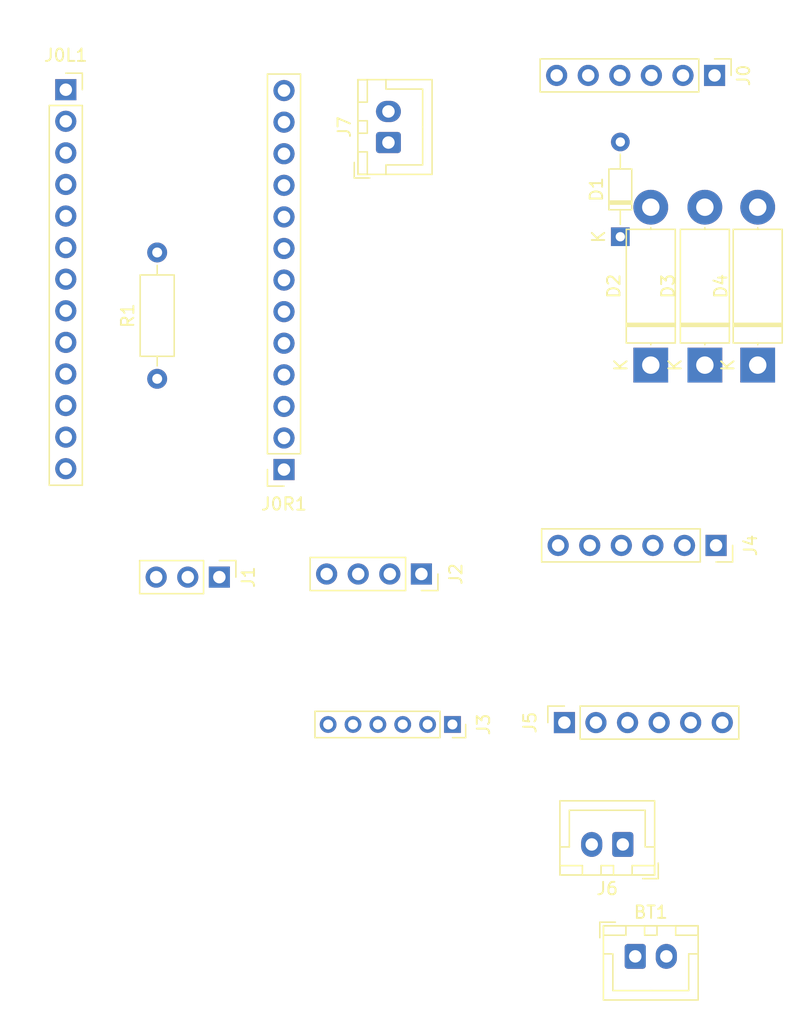
<source format=kicad_pcb>
(kicad_pcb (version 20171130) (host pcbnew "(5.1.10-1-10_14)")

  (general
    (thickness 1.6)
    (drawings 1)
    (tracks 0)
    (zones 0)
    (modules 16)
    (nets 16)
  )

  (page A4)
  (layers
    (0 F.Cu signal)
    (31 B.Cu signal)
    (32 B.Adhes user)
    (33 F.Adhes user)
    (34 B.Paste user)
    (35 F.Paste user)
    (36 B.SilkS user)
    (37 F.SilkS user)
    (38 B.Mask user)
    (39 F.Mask user)
    (40 Dwgs.User user)
    (41 Cmts.User user)
    (42 Eco1.User user)
    (43 Eco2.User user)
    (44 Edge.Cuts user)
    (45 Margin user)
    (46 B.CrtYd user)
    (47 F.CrtYd user)
    (48 B.Fab user)
    (49 F.Fab user)
  )

  (setup
    (last_trace_width 0.25)
    (trace_clearance 0.2)
    (zone_clearance 0.508)
    (zone_45_only no)
    (trace_min 0.2)
    (via_size 0.8)
    (via_drill 0.4)
    (via_min_size 0.4)
    (via_min_drill 0.3)
    (uvia_size 0.3)
    (uvia_drill 0.1)
    (uvias_allowed no)
    (uvia_min_size 0.2)
    (uvia_min_drill 0.1)
    (edge_width 0.05)
    (segment_width 0.2)
    (pcb_text_width 0.3)
    (pcb_text_size 1.5 1.5)
    (mod_edge_width 0.12)
    (mod_text_size 1 1)
    (mod_text_width 0.15)
    (pad_size 1.524 1.524)
    (pad_drill 0.762)
    (pad_to_mask_clearance 0)
    (aux_axis_origin 0 0)
    (grid_origin 190.025 77.575)
    (visible_elements FFFFFF7F)
    (pcbplotparams
      (layerselection 0x010fc_ffffffff)
      (usegerberextensions false)
      (usegerberattributes true)
      (usegerberadvancedattributes true)
      (creategerberjobfile true)
      (excludeedgelayer true)
      (linewidth 0.100000)
      (plotframeref false)
      (viasonmask false)
      (mode 1)
      (useauxorigin false)
      (hpglpennumber 1)
      (hpglpenspeed 20)
      (hpglpendiameter 15.000000)
      (psnegative false)
      (psa4output false)
      (plotreference true)
      (plotvalue true)
      (plotinvisibletext false)
      (padsonsilk false)
      (subtractmaskfromsilk false)
      (outputformat 1)
      (mirror false)
      (drillshape 1)
      (scaleselection 1)
      (outputdirectory ""))
  )

  (net 0 "")
  (net 1 "Net-(BT1-Pad1)")
  (net 2 "Net-(BT1-Pad2)")
  (net 3 "Net-(J0-Pad6)")
  (net 4 "Net-(J0L1-Pad3)")
  (net 5 "Net-(J0R1-Pad12)")
  (net 6 "Net-(J0L1-Pad10)")
  (net 7 "Net-(J0L1-Pad4)")
  (net 8 "Net-(J0L1-Pad5)")
  (net 9 "Net-(J5-Pad2)")
  (net 10 "Net-(J0R1-Pad13)")
  (net 11 "Net-(D1-Pad1)")
  (net 12 "Net-(D1-Pad2)")
  (net 13 "Net-(D2-Pad2)")
  (net 14 "Net-(D3-Pad2)")
  (net 15 "Net-(D4-Pad2)")

  (net_class Default "This is the default net class."
    (clearance 0.2)
    (trace_width 0.25)
    (via_dia 0.8)
    (via_drill 0.4)
    (uvia_dia 0.3)
    (uvia_drill 0.1)
    (add_net +5V)
    (add_net GND)
    (add_net "Net-(BT1-Pad1)")
    (add_net "Net-(BT1-Pad2)")
    (add_net "Net-(D1-Pad1)")
    (add_net "Net-(D1-Pad2)")
    (add_net "Net-(D2-Pad2)")
    (add_net "Net-(D3-Pad2)")
    (add_net "Net-(D4-Pad2)")
    (add_net "Net-(J0-Pad5)")
    (add_net "Net-(J0-Pad6)")
    (add_net "Net-(J0L1-Pad1)")
    (add_net "Net-(J0L1-Pad10)")
    (add_net "Net-(J0L1-Pad11)")
    (add_net "Net-(J0L1-Pad12)")
    (add_net "Net-(J0L1-Pad13)")
    (add_net "Net-(J0L1-Pad2)")
    (add_net "Net-(J0L1-Pad3)")
    (add_net "Net-(J0L1-Pad4)")
    (add_net "Net-(J0L1-Pad5)")
    (add_net "Net-(J0L1-Pad6)")
    (add_net "Net-(J0L1-Pad7)")
    (add_net "Net-(J0L1-Pad8)")
    (add_net "Net-(J0L1-Pad9)")
    (add_net "Net-(J0R1-Pad1)")
    (add_net "Net-(J0R1-Pad10)")
    (add_net "Net-(J0R1-Pad11)")
    (add_net "Net-(J0R1-Pad12)")
    (add_net "Net-(J0R1-Pad13)")
    (add_net "Net-(J0R1-Pad2)")
    (add_net "Net-(J0R1-Pad3)")
    (add_net "Net-(J0R1-Pad4)")
    (add_net "Net-(J0R1-Pad5)")
    (add_net "Net-(J0R1-Pad6)")
    (add_net "Net-(J0R1-Pad7)")
    (add_net "Net-(J0R1-Pad8)")
    (add_net "Net-(J0R1-Pad9)")
    (add_net "Net-(J3-Pad1)")
    (add_net "Net-(J3-Pad2)")
    (add_net "Net-(J4-Pad2)")
    (add_net "Net-(J4-Pad3)")
    (add_net "Net-(J4-Pad4)")
    (add_net "Net-(J4-Pad5)")
    (add_net "Net-(J5-Pad2)")
    (add_net "Net-(J5-Pad3)")
    (add_net "Net-(J5-Pad4)")
  )

  (module Diode_THT:D_DO-34_SOD68_P7.62mm_Horizontal (layer F.Cu) (tedit 5AE50CD5) (tstamp 613E3BB5)
    (at 240.55 95.275 90)
    (descr "Diode, DO-34_SOD68 series, Axial, Horizontal, pin pitch=7.62mm, , length*diameter=3.04*1.6mm^2, , https://www.nxp.com/docs/en/data-sheet/KTY83_SER.pdf")
    (tags "Diode DO-34_SOD68 series Axial Horizontal pin pitch 7.62mm  length 3.04mm diameter 1.6mm")
    (path /613759CE)
    (fp_text reference D1 (at 3.81 -1.92 90) (layer F.SilkS)
      (effects (font (size 1 1) (thickness 0.15)))
    )
    (fp_text value D (at 3.81 1.92 90) (layer F.Fab)
      (effects (font (size 1 1) (thickness 0.15)))
    )
    (fp_text user K (at 0 -1.75 90) (layer F.SilkS)
      (effects (font (size 1 1) (thickness 0.15)))
    )
    (fp_text user K (at 0 -1.75 90) (layer F.Fab)
      (effects (font (size 1 1) (thickness 0.15)))
    )
    (fp_text user %R (at 4.038 0 90) (layer F.Fab)
      (effects (font (size 0.608 0.608) (thickness 0.0912)))
    )
    (fp_line (start 2.29 -0.8) (end 2.29 0.8) (layer F.Fab) (width 0.1))
    (fp_line (start 2.29 0.8) (end 5.33 0.8) (layer F.Fab) (width 0.1))
    (fp_line (start 5.33 0.8) (end 5.33 -0.8) (layer F.Fab) (width 0.1))
    (fp_line (start 5.33 -0.8) (end 2.29 -0.8) (layer F.Fab) (width 0.1))
    (fp_line (start 0 0) (end 2.29 0) (layer F.Fab) (width 0.1))
    (fp_line (start 7.62 0) (end 5.33 0) (layer F.Fab) (width 0.1))
    (fp_line (start 2.746 -0.8) (end 2.746 0.8) (layer F.Fab) (width 0.1))
    (fp_line (start 2.846 -0.8) (end 2.846 0.8) (layer F.Fab) (width 0.1))
    (fp_line (start 2.646 -0.8) (end 2.646 0.8) (layer F.Fab) (width 0.1))
    (fp_line (start 2.17 -0.92) (end 2.17 0.92) (layer F.SilkS) (width 0.12))
    (fp_line (start 2.17 0.92) (end 5.45 0.92) (layer F.SilkS) (width 0.12))
    (fp_line (start 5.45 0.92) (end 5.45 -0.92) (layer F.SilkS) (width 0.12))
    (fp_line (start 5.45 -0.92) (end 2.17 -0.92) (layer F.SilkS) (width 0.12))
    (fp_line (start 0.99 0) (end 2.17 0) (layer F.SilkS) (width 0.12))
    (fp_line (start 6.63 0) (end 5.45 0) (layer F.SilkS) (width 0.12))
    (fp_line (start 2.746 -0.92) (end 2.746 0.92) (layer F.SilkS) (width 0.12))
    (fp_line (start 2.866 -0.92) (end 2.866 0.92) (layer F.SilkS) (width 0.12))
    (fp_line (start 2.626 -0.92) (end 2.626 0.92) (layer F.SilkS) (width 0.12))
    (fp_line (start -1 -1.05) (end -1 1.05) (layer F.CrtYd) (width 0.05))
    (fp_line (start -1 1.05) (end 8.63 1.05) (layer F.CrtYd) (width 0.05))
    (fp_line (start 8.63 1.05) (end 8.63 -1.05) (layer F.CrtYd) (width 0.05))
    (fp_line (start 8.63 -1.05) (end -1 -1.05) (layer F.CrtYd) (width 0.05))
    (pad 2 thru_hole oval (at 7.62 0 90) (size 1.5 1.5) (drill 0.75) (layers *.Cu *.Mask)
      (net 12 "Net-(D1-Pad2)"))
    (pad 1 thru_hole rect (at 0 0 90) (size 1.5 1.5) (drill 0.75) (layers *.Cu *.Mask)
      (net 11 "Net-(D1-Pad1)"))
    (model ${KISYS3DMOD}/Diode_THT.3dshapes/D_DO-34_SOD68_P7.62mm_Horizontal.wrl
      (at (xyz 0 0 0))
      (scale (xyz 1 1 1))
      (rotate (xyz 0 0 0))
    )
  )

  (module Connector_JST:JST_XH_B2B-XH-A_1x02_P2.50mm_Vertical (layer F.Cu) (tedit 5C28146C) (tstamp 613E3086)
    (at 241.75 153.15)
    (descr "JST XH series connector, B2B-XH-A (http://www.jst-mfg.com/product/pdf/eng/eXH.pdf), generated with kicad-footprint-generator")
    (tags "connector JST XH vertical")
    (path /61397853)
    (fp_text reference BT1 (at 1.25 -3.55) (layer F.SilkS)
      (effects (font (size 1 1) (thickness 0.15)))
    )
    (fp_text value Battery (at 1.25 4.6) (layer F.Fab)
      (effects (font (size 1 1) (thickness 0.15)))
    )
    (fp_line (start -2.85 -2.75) (end -2.85 -1.5) (layer F.SilkS) (width 0.12))
    (fp_line (start -1.6 -2.75) (end -2.85 -2.75) (layer F.SilkS) (width 0.12))
    (fp_line (start 4.3 2.75) (end 1.25 2.75) (layer F.SilkS) (width 0.12))
    (fp_line (start 4.3 -0.2) (end 4.3 2.75) (layer F.SilkS) (width 0.12))
    (fp_line (start 5.05 -0.2) (end 4.3 -0.2) (layer F.SilkS) (width 0.12))
    (fp_line (start -1.8 2.75) (end 1.25 2.75) (layer F.SilkS) (width 0.12))
    (fp_line (start -1.8 -0.2) (end -1.8 2.75) (layer F.SilkS) (width 0.12))
    (fp_line (start -2.55 -0.2) (end -1.8 -0.2) (layer F.SilkS) (width 0.12))
    (fp_line (start 5.05 -2.45) (end 3.25 -2.45) (layer F.SilkS) (width 0.12))
    (fp_line (start 5.05 -1.7) (end 5.05 -2.45) (layer F.SilkS) (width 0.12))
    (fp_line (start 3.25 -1.7) (end 5.05 -1.7) (layer F.SilkS) (width 0.12))
    (fp_line (start 3.25 -2.45) (end 3.25 -1.7) (layer F.SilkS) (width 0.12))
    (fp_line (start -0.75 -2.45) (end -2.55 -2.45) (layer F.SilkS) (width 0.12))
    (fp_line (start -0.75 -1.7) (end -0.75 -2.45) (layer F.SilkS) (width 0.12))
    (fp_line (start -2.55 -1.7) (end -0.75 -1.7) (layer F.SilkS) (width 0.12))
    (fp_line (start -2.55 -2.45) (end -2.55 -1.7) (layer F.SilkS) (width 0.12))
    (fp_line (start 1.75 -2.45) (end 0.75 -2.45) (layer F.SilkS) (width 0.12))
    (fp_line (start 1.75 -1.7) (end 1.75 -2.45) (layer F.SilkS) (width 0.12))
    (fp_line (start 0.75 -1.7) (end 1.75 -1.7) (layer F.SilkS) (width 0.12))
    (fp_line (start 0.75 -2.45) (end 0.75 -1.7) (layer F.SilkS) (width 0.12))
    (fp_line (start 0 -1.35) (end 0.625 -2.35) (layer F.Fab) (width 0.1))
    (fp_line (start -0.625 -2.35) (end 0 -1.35) (layer F.Fab) (width 0.1))
    (fp_line (start 5.45 -2.85) (end -2.95 -2.85) (layer F.CrtYd) (width 0.05))
    (fp_line (start 5.45 3.9) (end 5.45 -2.85) (layer F.CrtYd) (width 0.05))
    (fp_line (start -2.95 3.9) (end 5.45 3.9) (layer F.CrtYd) (width 0.05))
    (fp_line (start -2.95 -2.85) (end -2.95 3.9) (layer F.CrtYd) (width 0.05))
    (fp_line (start 5.06 -2.46) (end -2.56 -2.46) (layer F.SilkS) (width 0.12))
    (fp_line (start 5.06 3.51) (end 5.06 -2.46) (layer F.SilkS) (width 0.12))
    (fp_line (start -2.56 3.51) (end 5.06 3.51) (layer F.SilkS) (width 0.12))
    (fp_line (start -2.56 -2.46) (end -2.56 3.51) (layer F.SilkS) (width 0.12))
    (fp_line (start 4.95 -2.35) (end -2.45 -2.35) (layer F.Fab) (width 0.1))
    (fp_line (start 4.95 3.4) (end 4.95 -2.35) (layer F.Fab) (width 0.1))
    (fp_line (start -2.45 3.4) (end 4.95 3.4) (layer F.Fab) (width 0.1))
    (fp_line (start -2.45 -2.35) (end -2.45 3.4) (layer F.Fab) (width 0.1))
    (fp_text user %R (at 2.45 3.05) (layer F.Fab)
      (effects (font (size 1 1) (thickness 0.15)))
    )
    (pad 1 thru_hole roundrect (at 0 0) (size 1.7 2) (drill 1) (layers *.Cu *.Mask) (roundrect_rratio 0.147059)
      (net 1 "Net-(BT1-Pad1)"))
    (pad 2 thru_hole oval (at 2.5 0) (size 1.7 2) (drill 1) (layers *.Cu *.Mask)
      (net 2 "Net-(BT1-Pad2)"))
    (model ${KISYS3DMOD}/Connector_JST.3dshapes/JST_XH_B2B-XH-A_1x02_P2.50mm_Vertical.wrl
      (at (xyz 0 0 0))
      (scale (xyz 1 1 1))
      (rotate (xyz 0 0 0))
    )
  )

  (module Connector_PinHeader_2.54mm:PinHeader_1x06_P2.54mm_Vertical (layer F.Cu) (tedit 59FED5CC) (tstamp 613E30A0)
    (at 248.13 82.3 270)
    (descr "Through hole straight pin header, 1x06, 2.54mm pitch, single row")
    (tags "Through hole pin header THT 1x06 2.54mm single row")
    (path /6137D4FE)
    (fp_text reference J0 (at 0 -2.33 90) (layer F.SilkS)
      (effects (font (size 1 1) (thickness 0.15)))
    )
    (fp_text value "IN Solar Power" (at 0 15.03 90) (layer F.Fab)
      (effects (font (size 1 1) (thickness 0.15)))
    )
    (fp_line (start 1.8 -1.8) (end -1.8 -1.8) (layer F.CrtYd) (width 0.05))
    (fp_line (start 1.8 14.5) (end 1.8 -1.8) (layer F.CrtYd) (width 0.05))
    (fp_line (start -1.8 14.5) (end 1.8 14.5) (layer F.CrtYd) (width 0.05))
    (fp_line (start -1.8 -1.8) (end -1.8 14.5) (layer F.CrtYd) (width 0.05))
    (fp_line (start -1.33 -1.33) (end 0 -1.33) (layer F.SilkS) (width 0.12))
    (fp_line (start -1.33 0) (end -1.33 -1.33) (layer F.SilkS) (width 0.12))
    (fp_line (start -1.33 1.27) (end 1.33 1.27) (layer F.SilkS) (width 0.12))
    (fp_line (start 1.33 1.27) (end 1.33 14.03) (layer F.SilkS) (width 0.12))
    (fp_line (start -1.33 1.27) (end -1.33 14.03) (layer F.SilkS) (width 0.12))
    (fp_line (start -1.33 14.03) (end 1.33 14.03) (layer F.SilkS) (width 0.12))
    (fp_line (start -1.27 -0.635) (end -0.635 -1.27) (layer F.Fab) (width 0.1))
    (fp_line (start -1.27 13.97) (end -1.27 -0.635) (layer F.Fab) (width 0.1))
    (fp_line (start 1.27 13.97) (end -1.27 13.97) (layer F.Fab) (width 0.1))
    (fp_line (start 1.27 -1.27) (end 1.27 13.97) (layer F.Fab) (width 0.1))
    (fp_line (start -0.635 -1.27) (end 1.27 -1.27) (layer F.Fab) (width 0.1))
    (fp_text user %R (at 0 6.35) (layer F.Fab)
      (effects (font (size 1 1) (thickness 0.15)))
    )
    (pad 1 thru_hole rect (at 0 0 270) (size 1.7 1.7) (drill 1) (layers *.Cu *.Mask)
      (net 15 "Net-(D4-Pad2)"))
    (pad 2 thru_hole oval (at 0 2.54 270) (size 1.7 1.7) (drill 1) (layers *.Cu *.Mask)
      (net 14 "Net-(D3-Pad2)"))
    (pad 3 thru_hole oval (at 0 5.08 270) (size 1.7 1.7) (drill 1) (layers *.Cu *.Mask)
      (net 13 "Net-(D2-Pad2)"))
    (pad 4 thru_hole oval (at 0 7.62 270) (size 1.7 1.7) (drill 1) (layers *.Cu *.Mask)
      (net 12 "Net-(D1-Pad2)"))
    (pad 5 thru_hole oval (at 0 10.16 270) (size 1.7 1.7) (drill 1) (layers *.Cu *.Mask))
    (pad 6 thru_hole oval (at 0 12.7 270) (size 1.7 1.7) (drill 1) (layers *.Cu *.Mask)
      (net 3 "Net-(J0-Pad6)"))
    (model ${KISYS3DMOD}/Connector_PinHeader_2.54mm.3dshapes/PinHeader_1x06_P2.54mm_Vertical.wrl
      (at (xyz 0 0 0))
      (scale (xyz 1 1 1))
      (rotate (xyz 0 0 0))
    )
  )

  (module Connector_PinHeader_2.54mm:PinHeader_1x03_P2.54mm_Vertical (layer F.Cu) (tedit 59FED5CC) (tstamp 613E30B7)
    (at 208.3 122.65 270)
    (descr "Through hole straight pin header, 1x03, 2.54mm pitch, single row")
    (tags "Through hole pin header THT 1x03 2.54mm single row")
    (path /61360580)
    (fp_text reference J1 (at 0 -2.33 90) (layer F.SilkS)
      (effects (font (size 1 1) (thickness 0.15)))
    )
    (fp_text value Termometro (at 0 7.41 90) (layer F.Fab)
      (effects (font (size 1 1) (thickness 0.15)))
    )
    (fp_line (start 1.8 -1.8) (end -1.8 -1.8) (layer F.CrtYd) (width 0.05))
    (fp_line (start 1.8 6.85) (end 1.8 -1.8) (layer F.CrtYd) (width 0.05))
    (fp_line (start -1.8 6.85) (end 1.8 6.85) (layer F.CrtYd) (width 0.05))
    (fp_line (start -1.8 -1.8) (end -1.8 6.85) (layer F.CrtYd) (width 0.05))
    (fp_line (start -1.33 -1.33) (end 0 -1.33) (layer F.SilkS) (width 0.12))
    (fp_line (start -1.33 0) (end -1.33 -1.33) (layer F.SilkS) (width 0.12))
    (fp_line (start -1.33 1.27) (end 1.33 1.27) (layer F.SilkS) (width 0.12))
    (fp_line (start 1.33 1.27) (end 1.33 6.41) (layer F.SilkS) (width 0.12))
    (fp_line (start -1.33 1.27) (end -1.33 6.41) (layer F.SilkS) (width 0.12))
    (fp_line (start -1.33 6.41) (end 1.33 6.41) (layer F.SilkS) (width 0.12))
    (fp_line (start -1.27 -0.635) (end -0.635 -1.27) (layer F.Fab) (width 0.1))
    (fp_line (start -1.27 6.35) (end -1.27 -0.635) (layer F.Fab) (width 0.1))
    (fp_line (start 1.27 6.35) (end -1.27 6.35) (layer F.Fab) (width 0.1))
    (fp_line (start 1.27 -1.27) (end 1.27 6.35) (layer F.Fab) (width 0.1))
    (fp_line (start -0.635 -1.27) (end 1.27 -1.27) (layer F.Fab) (width 0.1))
    (fp_text user %R (at 0 2.54) (layer F.Fab)
      (effects (font (size 1 1) (thickness 0.15)))
    )
    (pad 1 thru_hole rect (at 0 0 270) (size 1.7 1.7) (drill 1) (layers *.Cu *.Mask)
      (net 4 "Net-(J0L1-Pad3)"))
    (pad 2 thru_hole oval (at 0 2.54 270) (size 1.7 1.7) (drill 1) (layers *.Cu *.Mask)
      (net 5 "Net-(J0R1-Pad12)"))
    (pad 3 thru_hole oval (at 0 5.08 270) (size 1.7 1.7) (drill 1) (layers *.Cu *.Mask)
      (net 6 "Net-(J0L1-Pad10)"))
    (model ${KISYS3DMOD}/Connector_PinHeader_2.54mm.3dshapes/PinHeader_1x03_P2.54mm_Vertical.wrl
      (at (xyz 0 0 0))
      (scale (xyz 1 1 1))
      (rotate (xyz 0 0 0))
    )
  )

  (module Connector_PinSocket_2.54mm:PinSocket_1x04_P2.54mm_Vertical (layer F.Cu) (tedit 5A19A429) (tstamp 613E30CF)
    (at 224.55 122.4 270)
    (descr "Through hole straight socket strip, 1x04, 2.54mm pitch, single row (from Kicad 4.0.7), script generated")
    (tags "Through hole socket strip THT 1x04 2.54mm single row")
    (path /6135E65E)
    (fp_text reference J2 (at 0 -2.77 90) (layer F.SilkS)
      (effects (font (size 1 1) (thickness 0.15)))
    )
    (fp_text value GY86 (at 0 10.39 90) (layer F.Fab)
      (effects (font (size 1 1) (thickness 0.15)))
    )
    (fp_line (start -1.8 9.4) (end -1.8 -1.8) (layer F.CrtYd) (width 0.05))
    (fp_line (start 1.75 9.4) (end -1.8 9.4) (layer F.CrtYd) (width 0.05))
    (fp_line (start 1.75 -1.8) (end 1.75 9.4) (layer F.CrtYd) (width 0.05))
    (fp_line (start -1.8 -1.8) (end 1.75 -1.8) (layer F.CrtYd) (width 0.05))
    (fp_line (start 0 -1.33) (end 1.33 -1.33) (layer F.SilkS) (width 0.12))
    (fp_line (start 1.33 -1.33) (end 1.33 0) (layer F.SilkS) (width 0.12))
    (fp_line (start 1.33 1.27) (end 1.33 8.95) (layer F.SilkS) (width 0.12))
    (fp_line (start -1.33 8.95) (end 1.33 8.95) (layer F.SilkS) (width 0.12))
    (fp_line (start -1.33 1.27) (end -1.33 8.95) (layer F.SilkS) (width 0.12))
    (fp_line (start -1.33 1.27) (end 1.33 1.27) (layer F.SilkS) (width 0.12))
    (fp_line (start -1.27 8.89) (end -1.27 -1.27) (layer F.Fab) (width 0.1))
    (fp_line (start 1.27 8.89) (end -1.27 8.89) (layer F.Fab) (width 0.1))
    (fp_line (start 1.27 -0.635) (end 1.27 8.89) (layer F.Fab) (width 0.1))
    (fp_line (start 0.635 -1.27) (end 1.27 -0.635) (layer F.Fab) (width 0.1))
    (fp_line (start -1.27 -1.27) (end 0.635 -1.27) (layer F.Fab) (width 0.1))
    (fp_text user %R (at 0 3.81) (layer F.Fab)
      (effects (font (size 1 1) (thickness 0.15)))
    )
    (pad 1 thru_hole rect (at 0 0 270) (size 1.7 1.7) (drill 1) (layers *.Cu *.Mask)
      (net 7 "Net-(J0L1-Pad4)"))
    (pad 2 thru_hole oval (at 0 2.54 270) (size 1.7 1.7) (drill 1) (layers *.Cu *.Mask)
      (net 8 "Net-(J0L1-Pad5)"))
    (pad 3 thru_hole oval (at 0 5.08 270) (size 1.7 1.7) (drill 1) (layers *.Cu *.Mask)
      (net 5 "Net-(J0R1-Pad12)"))
    (pad 4 thru_hole oval (at 0 7.62 270) (size 1.7 1.7) (drill 1) (layers *.Cu *.Mask)
      (net 4 "Net-(J0L1-Pad3)"))
    (model ${KISYS3DMOD}/Connector_PinSocket_2.54mm.3dshapes/PinSocket_1x04_P2.54mm_Vertical.wrl
      (at (xyz 0 0 0))
      (scale (xyz 1 1 1))
      (rotate (xyz 0 0 0))
    )
  )

  (module Connector_PinSocket_2.00mm:PinSocket_1x06_P2.00mm_Vertical (layer F.Cu) (tedit 5A19A421) (tstamp 613E30E9)
    (at 227.05 134.5 270)
    (descr "Through hole straight socket strip, 1x06, 2.00mm pitch, single row (from Kicad 4.0.7), script generated")
    (tags "Through hole socket strip THT 1x06 2.00mm single row")
    (path /6137274A)
    (fp_text reference J3 (at 0 -2.5 90) (layer F.SilkS)
      (effects (font (size 1 1) (thickness 0.15)))
    )
    (fp_text value INA219 (at 0 12.5 90) (layer F.Fab)
      (effects (font (size 1 1) (thickness 0.15)))
    )
    (fp_line (start -1.5 11.5) (end -1.5 -1.5) (layer F.CrtYd) (width 0.05))
    (fp_line (start 1.5 11.5) (end -1.5 11.5) (layer F.CrtYd) (width 0.05))
    (fp_line (start 1.5 -1.5) (end 1.5 11.5) (layer F.CrtYd) (width 0.05))
    (fp_line (start -1.5 -1.5) (end 1.5 -1.5) (layer F.CrtYd) (width 0.05))
    (fp_line (start 0 -1.06) (end 1.06 -1.06) (layer F.SilkS) (width 0.12))
    (fp_line (start 1.06 -1.06) (end 1.06 0) (layer F.SilkS) (width 0.12))
    (fp_line (start 1.06 1) (end 1.06 11.06) (layer F.SilkS) (width 0.12))
    (fp_line (start -1.06 11.06) (end 1.06 11.06) (layer F.SilkS) (width 0.12))
    (fp_line (start -1.06 1) (end -1.06 11.06) (layer F.SilkS) (width 0.12))
    (fp_line (start -1.06 1) (end 1.06 1) (layer F.SilkS) (width 0.12))
    (fp_line (start -1 11) (end -1 -1) (layer F.Fab) (width 0.1))
    (fp_line (start 1 11) (end -1 11) (layer F.Fab) (width 0.1))
    (fp_line (start 1 -0.5) (end 1 11) (layer F.Fab) (width 0.1))
    (fp_line (start 0.5 -1) (end 1 -0.5) (layer F.Fab) (width 0.1))
    (fp_line (start -1 -1) (end 0.5 -1) (layer F.Fab) (width 0.1))
    (fp_text user %R (at 0 5) (layer F.Fab)
      (effects (font (size 1 1) (thickness 0.15)))
    )
    (pad 1 thru_hole rect (at 0 0 270) (size 1.35 1.35) (drill 0.8) (layers *.Cu *.Mask))
    (pad 2 thru_hole oval (at 0 2 270) (size 1.35 1.35) (drill 0.8) (layers *.Cu *.Mask))
    (pad 3 thru_hole oval (at 0 4 270) (size 1.35 1.35) (drill 0.8) (layers *.Cu *.Mask)
      (net 7 "Net-(J0L1-Pad4)"))
    (pad 4 thru_hole oval (at 0 6 270) (size 1.35 1.35) (drill 0.8) (layers *.Cu *.Mask)
      (net 8 "Net-(J0L1-Pad5)"))
    (pad 5 thru_hole oval (at 0 8 270) (size 1.35 1.35) (drill 0.8) (layers *.Cu *.Mask)
      (net 5 "Net-(J0R1-Pad12)"))
    (pad 6 thru_hole oval (at 0 10 270) (size 1.35 1.35) (drill 0.8) (layers *.Cu *.Mask)
      (net 4 "Net-(J0L1-Pad3)"))
    (model ${KISYS3DMOD}/Connector_PinSocket_2.00mm.3dshapes/PinSocket_1x06_P2.00mm_Vertical.wrl
      (at (xyz 0 0 0))
      (scale (xyz 1 1 1))
      (rotate (xyz 0 0 0))
    )
  )

  (module Connector_PinSocket_2.54mm:PinSocket_1x06_P2.54mm_Vertical (layer F.Cu) (tedit 5A19A430) (tstamp 613E34B5)
    (at 248.25 120.1 270)
    (descr "Through hole straight socket strip, 1x06, 2.54mm pitch, single row (from Kicad 4.0.7), script generated")
    (tags "Through hole socket strip THT 1x06 2.54mm single row")
    (path /61387E67)
    (fp_text reference J4 (at 0 -2.77 90) (layer F.SilkS)
      (effects (font (size 1 1) (thickness 0.15)))
    )
    (fp_text value "Cargador 03962A" (at 0 15.47 90) (layer F.Fab)
      (effects (font (size 1 1) (thickness 0.15)))
    )
    (fp_line (start -1.8 14.45) (end -1.8 -1.8) (layer F.CrtYd) (width 0.05))
    (fp_line (start 1.75 14.45) (end -1.8 14.45) (layer F.CrtYd) (width 0.05))
    (fp_line (start 1.75 -1.8) (end 1.75 14.45) (layer F.CrtYd) (width 0.05))
    (fp_line (start -1.8 -1.8) (end 1.75 -1.8) (layer F.CrtYd) (width 0.05))
    (fp_line (start 0 -1.33) (end 1.33 -1.33) (layer F.SilkS) (width 0.12))
    (fp_line (start 1.33 -1.33) (end 1.33 0) (layer F.SilkS) (width 0.12))
    (fp_line (start 1.33 1.27) (end 1.33 14.03) (layer F.SilkS) (width 0.12))
    (fp_line (start -1.33 14.03) (end 1.33 14.03) (layer F.SilkS) (width 0.12))
    (fp_line (start -1.33 1.27) (end -1.33 14.03) (layer F.SilkS) (width 0.12))
    (fp_line (start -1.33 1.27) (end 1.33 1.27) (layer F.SilkS) (width 0.12))
    (fp_line (start -1.27 13.97) (end -1.27 -1.27) (layer F.Fab) (width 0.1))
    (fp_line (start 1.27 13.97) (end -1.27 13.97) (layer F.Fab) (width 0.1))
    (fp_line (start 1.27 -0.635) (end 1.27 13.97) (layer F.Fab) (width 0.1))
    (fp_line (start 0.635 -1.27) (end 1.27 -0.635) (layer F.Fab) (width 0.1))
    (fp_line (start -1.27 -1.27) (end 0.635 -1.27) (layer F.Fab) (width 0.1))
    (fp_text user %R (at 0.224999 5.474999) (layer F.Fab)
      (effects (font (size 1 1) (thickness 0.15)))
    )
    (pad 1 thru_hole rect (at 0 0 270) (size 1.7 1.7) (drill 1) (layers *.Cu *.Mask)
      (net 11 "Net-(D1-Pad1)"))
    (pad 2 thru_hole oval (at 0 2.54 270) (size 1.7 1.7) (drill 1) (layers *.Cu *.Mask))
    (pad 3 thru_hole oval (at 0 5.08 270) (size 1.7 1.7) (drill 1) (layers *.Cu *.Mask))
    (pad 4 thru_hole oval (at 0 7.62 270) (size 1.7 1.7) (drill 1) (layers *.Cu *.Mask))
    (pad 5 thru_hole oval (at 0 10.16 270) (size 1.7 1.7) (drill 1) (layers *.Cu *.Mask))
    (pad 6 thru_hole oval (at 0 12.7 270) (size 1.7 1.7) (drill 1) (layers *.Cu *.Mask)
      (net 3 "Net-(J0-Pad6)"))
    (model ${KISYS3DMOD}/Connector_PinSocket_2.54mm.3dshapes/PinSocket_1x06_P2.54mm_Vertical.wrl
      (at (xyz 0 0 0))
      (scale (xyz 1 1 1))
      (rotate (xyz 0 0 0))
    )
  )

  (module Connector_PinSocket_2.54mm:PinSocket_1x06_P2.54mm_Vertical (layer F.Cu) (tedit 5A19A430) (tstamp 613E311D)
    (at 236.05 134.35 90)
    (descr "Through hole straight socket strip, 1x06, 2.54mm pitch, single row (from Kicad 4.0.7), script generated")
    (tags "Through hole socket strip THT 1x06 2.54mm single row")
    (path /61393C13)
    (fp_text reference J5 (at 0 -2.77 90) (layer F.SilkS)
      (effects (font (size 1 1) (thickness 0.15)))
    )
    (fp_text value "Cargador 03962A" (at 0 15.47 90) (layer F.Fab)
      (effects (font (size 1 1) (thickness 0.15)))
    )
    (fp_line (start -1.27 -1.27) (end 0.635 -1.27) (layer F.Fab) (width 0.1))
    (fp_line (start 0.635 -1.27) (end 1.27 -0.635) (layer F.Fab) (width 0.1))
    (fp_line (start 1.27 -0.635) (end 1.27 13.97) (layer F.Fab) (width 0.1))
    (fp_line (start 1.27 13.97) (end -1.27 13.97) (layer F.Fab) (width 0.1))
    (fp_line (start -1.27 13.97) (end -1.27 -1.27) (layer F.Fab) (width 0.1))
    (fp_line (start -1.33 1.27) (end 1.33 1.27) (layer F.SilkS) (width 0.12))
    (fp_line (start -1.33 1.27) (end -1.33 14.03) (layer F.SilkS) (width 0.12))
    (fp_line (start -1.33 14.03) (end 1.33 14.03) (layer F.SilkS) (width 0.12))
    (fp_line (start 1.33 1.27) (end 1.33 14.03) (layer F.SilkS) (width 0.12))
    (fp_line (start 1.33 -1.33) (end 1.33 0) (layer F.SilkS) (width 0.12))
    (fp_line (start 0 -1.33) (end 1.33 -1.33) (layer F.SilkS) (width 0.12))
    (fp_line (start -1.8 -1.8) (end 1.75 -1.8) (layer F.CrtYd) (width 0.05))
    (fp_line (start 1.75 -1.8) (end 1.75 14.45) (layer F.CrtYd) (width 0.05))
    (fp_line (start 1.75 14.45) (end -1.8 14.45) (layer F.CrtYd) (width 0.05))
    (fp_line (start -1.8 14.45) (end -1.8 -1.8) (layer F.CrtYd) (width 0.05))
    (fp_text user %R (at 0 6.35) (layer F.Fab)
      (effects (font (size 1 1) (thickness 0.15)))
    )
    (pad 6 thru_hole oval (at 0 12.7 90) (size 1.7 1.7) (drill 1) (layers *.Cu *.Mask))
    (pad 5 thru_hole oval (at 0 10.16 90) (size 1.7 1.7) (drill 1) (layers *.Cu *.Mask)
      (net 2 "Net-(BT1-Pad2)"))
    (pad 4 thru_hole oval (at 0 7.62 90) (size 1.7 1.7) (drill 1) (layers *.Cu *.Mask))
    (pad 3 thru_hole oval (at 0 5.08 90) (size 1.7 1.7) (drill 1) (layers *.Cu *.Mask))
    (pad 2 thru_hole oval (at 0 2.54 90) (size 1.7 1.7) (drill 1) (layers *.Cu *.Mask)
      (net 9 "Net-(J5-Pad2)"))
    (pad 1 thru_hole rect (at 0 0 90) (size 1.7 1.7) (drill 1) (layers *.Cu *.Mask))
    (model ${KISYS3DMOD}/Connector_PinSocket_2.54mm.3dshapes/PinSocket_1x06_P2.54mm_Vertical.wrl
      (at (xyz 0 0 0))
      (scale (xyz 1 1 1))
      (rotate (xyz 0 0 0))
    )
  )

  (module Connector_JST:JST_XH_B2B-XH-A_1x02_P2.50mm_Vertical (layer F.Cu) (tedit 5C28146C) (tstamp 613E3146)
    (at 240.75 144.15 180)
    (descr "JST XH series connector, B2B-XH-A (http://www.jst-mfg.com/product/pdf/eng/eXH.pdf), generated with kicad-footprint-generator")
    (tags "connector JST XH vertical")
    (path /613A34F3)
    (fp_text reference J6 (at 1.25 -3.55) (layer F.SilkS)
      (effects (font (size 1 1) (thickness 0.15)))
    )
    (fp_text value INA219 (at 1.25 4.6) (layer F.Fab)
      (effects (font (size 1 1) (thickness 0.15)))
    )
    (fp_line (start -2.45 -2.35) (end -2.45 3.4) (layer F.Fab) (width 0.1))
    (fp_line (start -2.45 3.4) (end 4.95 3.4) (layer F.Fab) (width 0.1))
    (fp_line (start 4.95 3.4) (end 4.95 -2.35) (layer F.Fab) (width 0.1))
    (fp_line (start 4.95 -2.35) (end -2.45 -2.35) (layer F.Fab) (width 0.1))
    (fp_line (start -2.56 -2.46) (end -2.56 3.51) (layer F.SilkS) (width 0.12))
    (fp_line (start -2.56 3.51) (end 5.06 3.51) (layer F.SilkS) (width 0.12))
    (fp_line (start 5.06 3.51) (end 5.06 -2.46) (layer F.SilkS) (width 0.12))
    (fp_line (start 5.06 -2.46) (end -2.56 -2.46) (layer F.SilkS) (width 0.12))
    (fp_line (start -2.95 -2.85) (end -2.95 3.9) (layer F.CrtYd) (width 0.05))
    (fp_line (start -2.95 3.9) (end 5.45 3.9) (layer F.CrtYd) (width 0.05))
    (fp_line (start 5.45 3.9) (end 5.45 -2.85) (layer F.CrtYd) (width 0.05))
    (fp_line (start 5.45 -2.85) (end -2.95 -2.85) (layer F.CrtYd) (width 0.05))
    (fp_line (start -0.625 -2.35) (end 0 -1.35) (layer F.Fab) (width 0.1))
    (fp_line (start 0 -1.35) (end 0.625 -2.35) (layer F.Fab) (width 0.1))
    (fp_line (start 0.75 -2.45) (end 0.75 -1.7) (layer F.SilkS) (width 0.12))
    (fp_line (start 0.75 -1.7) (end 1.75 -1.7) (layer F.SilkS) (width 0.12))
    (fp_line (start 1.75 -1.7) (end 1.75 -2.45) (layer F.SilkS) (width 0.12))
    (fp_line (start 1.75 -2.45) (end 0.75 -2.45) (layer F.SilkS) (width 0.12))
    (fp_line (start -2.55 -2.45) (end -2.55 -1.7) (layer F.SilkS) (width 0.12))
    (fp_line (start -2.55 -1.7) (end -0.75 -1.7) (layer F.SilkS) (width 0.12))
    (fp_line (start -0.75 -1.7) (end -0.75 -2.45) (layer F.SilkS) (width 0.12))
    (fp_line (start -0.75 -2.45) (end -2.55 -2.45) (layer F.SilkS) (width 0.12))
    (fp_line (start 3.25 -2.45) (end 3.25 -1.7) (layer F.SilkS) (width 0.12))
    (fp_line (start 3.25 -1.7) (end 5.05 -1.7) (layer F.SilkS) (width 0.12))
    (fp_line (start 5.05 -1.7) (end 5.05 -2.45) (layer F.SilkS) (width 0.12))
    (fp_line (start 5.05 -2.45) (end 3.25 -2.45) (layer F.SilkS) (width 0.12))
    (fp_line (start -2.55 -0.2) (end -1.8 -0.2) (layer F.SilkS) (width 0.12))
    (fp_line (start -1.8 -0.2) (end -1.8 2.75) (layer F.SilkS) (width 0.12))
    (fp_line (start -1.8 2.75) (end 1.25 2.75) (layer F.SilkS) (width 0.12))
    (fp_line (start 5.05 -0.2) (end 4.3 -0.2) (layer F.SilkS) (width 0.12))
    (fp_line (start 4.3 -0.2) (end 4.3 2.75) (layer F.SilkS) (width 0.12))
    (fp_line (start 4.3 2.75) (end 1.25 2.75) (layer F.SilkS) (width 0.12))
    (fp_line (start -1.6 -2.75) (end -2.85 -2.75) (layer F.SilkS) (width 0.12))
    (fp_line (start -2.85 -2.75) (end -2.85 -1.5) (layer F.SilkS) (width 0.12))
    (fp_text user %R (at 1.25 2.7 90) (layer F.Fab)
      (effects (font (size 1 1) (thickness 0.15)))
    )
    (pad 2 thru_hole oval (at 2.5 0 180) (size 1.7 2) (drill 1) (layers *.Cu *.Mask)
      (net 9 "Net-(J5-Pad2)"))
    (pad 1 thru_hole roundrect (at 0 0 180) (size 1.7 2) (drill 1) (layers *.Cu *.Mask) (roundrect_rratio 0.147059)
      (net 1 "Net-(BT1-Pad1)"))
    (model ${KISYS3DMOD}/Connector_JST.3dshapes/JST_XH_B2B-XH-A_1x02_P2.50mm_Vertical.wrl
      (at (xyz 0 0 0))
      (scale (xyz 1 1 1))
      (rotate (xyz 0 0 0))
    )
  )

  (module Connector_JST:JST_XH_B2B-XH-A_1x02_P2.50mm_Vertical (layer F.Cu) (tedit 5C28146C) (tstamp 613E316F)
    (at 221.9 87.7 90)
    (descr "JST XH series connector, B2B-XH-A (http://www.jst-mfg.com/product/pdf/eng/eXH.pdf), generated with kicad-footprint-generator")
    (tags "connector JST XH vertical")
    (path /613A543F)
    (fp_text reference J7 (at 1.25 -3.55 90) (layer F.SilkS)
      (effects (font (size 1 1) (thickness 0.15)))
    )
    (fp_text value "Bat IN 5V" (at 1.25 4.6 90) (layer F.Fab)
      (effects (font (size 1 1) (thickness 0.15)))
    )
    (fp_line (start -2.85 -2.75) (end -2.85 -1.5) (layer F.SilkS) (width 0.12))
    (fp_line (start -1.6 -2.75) (end -2.85 -2.75) (layer F.SilkS) (width 0.12))
    (fp_line (start 4.3 2.75) (end 1.25 2.75) (layer F.SilkS) (width 0.12))
    (fp_line (start 4.3 -0.2) (end 4.3 2.75) (layer F.SilkS) (width 0.12))
    (fp_line (start 5.05 -0.2) (end 4.3 -0.2) (layer F.SilkS) (width 0.12))
    (fp_line (start -1.8 2.75) (end 1.25 2.75) (layer F.SilkS) (width 0.12))
    (fp_line (start -1.8 -0.2) (end -1.8 2.75) (layer F.SilkS) (width 0.12))
    (fp_line (start -2.55 -0.2) (end -1.8 -0.2) (layer F.SilkS) (width 0.12))
    (fp_line (start 5.05 -2.45) (end 3.25 -2.45) (layer F.SilkS) (width 0.12))
    (fp_line (start 5.05 -1.7) (end 5.05 -2.45) (layer F.SilkS) (width 0.12))
    (fp_line (start 3.25 -1.7) (end 5.05 -1.7) (layer F.SilkS) (width 0.12))
    (fp_line (start 3.25 -2.45) (end 3.25 -1.7) (layer F.SilkS) (width 0.12))
    (fp_line (start -0.75 -2.45) (end -2.55 -2.45) (layer F.SilkS) (width 0.12))
    (fp_line (start -0.75 -1.7) (end -0.75 -2.45) (layer F.SilkS) (width 0.12))
    (fp_line (start -2.55 -1.7) (end -0.75 -1.7) (layer F.SilkS) (width 0.12))
    (fp_line (start -2.55 -2.45) (end -2.55 -1.7) (layer F.SilkS) (width 0.12))
    (fp_line (start 1.75 -2.45) (end 0.75 -2.45) (layer F.SilkS) (width 0.12))
    (fp_line (start 1.75 -1.7) (end 1.75 -2.45) (layer F.SilkS) (width 0.12))
    (fp_line (start 0.75 -1.7) (end 1.75 -1.7) (layer F.SilkS) (width 0.12))
    (fp_line (start 0.75 -2.45) (end 0.75 -1.7) (layer F.SilkS) (width 0.12))
    (fp_line (start 0 -1.35) (end 0.625 -2.35) (layer F.Fab) (width 0.1))
    (fp_line (start -0.625 -2.35) (end 0 -1.35) (layer F.Fab) (width 0.1))
    (fp_line (start 5.45 -2.85) (end -2.95 -2.85) (layer F.CrtYd) (width 0.05))
    (fp_line (start 5.45 3.9) (end 5.45 -2.85) (layer F.CrtYd) (width 0.05))
    (fp_line (start -2.95 3.9) (end 5.45 3.9) (layer F.CrtYd) (width 0.05))
    (fp_line (start -2.95 -2.85) (end -2.95 3.9) (layer F.CrtYd) (width 0.05))
    (fp_line (start 5.06 -2.46) (end -2.56 -2.46) (layer F.SilkS) (width 0.12))
    (fp_line (start 5.06 3.51) (end 5.06 -2.46) (layer F.SilkS) (width 0.12))
    (fp_line (start -2.56 3.51) (end 5.06 3.51) (layer F.SilkS) (width 0.12))
    (fp_line (start -2.56 -2.46) (end -2.56 3.51) (layer F.SilkS) (width 0.12))
    (fp_line (start 4.95 -2.35) (end -2.45 -2.35) (layer F.Fab) (width 0.1))
    (fp_line (start 4.95 3.4) (end 4.95 -2.35) (layer F.Fab) (width 0.1))
    (fp_line (start -2.45 3.4) (end 4.95 3.4) (layer F.Fab) (width 0.1))
    (fp_line (start -2.45 -2.35) (end -2.45 3.4) (layer F.Fab) (width 0.1))
    (fp_text user %R (at 1.25 2.7 90) (layer F.Fab)
      (effects (font (size 1 1) (thickness 0.15)))
    )
    (pad 1 thru_hole roundrect (at 0 0 90) (size 1.7 2) (drill 1) (layers *.Cu *.Mask) (roundrect_rratio 0.147059)
      (net 5 "Net-(J0R1-Pad12)"))
    (pad 2 thru_hole oval (at 2.5 0 90) (size 1.7 2) (drill 1) (layers *.Cu *.Mask)
      (net 10 "Net-(J0R1-Pad13)"))
    (model ${KISYS3DMOD}/Connector_JST.3dshapes/JST_XH_B2B-XH-A_1x02_P2.50mm_Vertical.wrl
      (at (xyz 0 0 0))
      (scale (xyz 1 1 1))
      (rotate (xyz 0 0 0))
    )
  )

  (module Connector_PinSocket_2.54mm:PinSocket_1x13_P2.54mm_Vertical (layer F.Cu) (tedit 5A19A421) (tstamp 613E3190)
    (at 195.95 83.45)
    (descr "Through hole straight socket strip, 1x13, 2.54mm pitch, single row (from Kicad 4.0.7), script generated")
    (tags "Through hole socket strip THT 1x13 2.54mm single row")
    (path /613D1CE5)
    (fp_text reference J0L1 (at 0 -2.77) (layer F.SilkS)
      (effects (font (size 1 1) (thickness 0.15)))
    )
    (fp_text value "TTGO T-beam" (at 0 33.25) (layer F.Fab)
      (effects (font (size 1 1) (thickness 0.15)))
    )
    (fp_line (start -1.8 32.25) (end -1.8 -1.8) (layer F.CrtYd) (width 0.05))
    (fp_line (start 1.75 32.25) (end -1.8 32.25) (layer F.CrtYd) (width 0.05))
    (fp_line (start 1.75 -1.8) (end 1.75 32.25) (layer F.CrtYd) (width 0.05))
    (fp_line (start -1.8 -1.8) (end 1.75 -1.8) (layer F.CrtYd) (width 0.05))
    (fp_line (start 0 -1.33) (end 1.33 -1.33) (layer F.SilkS) (width 0.12))
    (fp_line (start 1.33 -1.33) (end 1.33 0) (layer F.SilkS) (width 0.12))
    (fp_line (start 1.33 1.27) (end 1.33 31.81) (layer F.SilkS) (width 0.12))
    (fp_line (start -1.33 31.81) (end 1.33 31.81) (layer F.SilkS) (width 0.12))
    (fp_line (start -1.33 1.27) (end -1.33 31.81) (layer F.SilkS) (width 0.12))
    (fp_line (start -1.33 1.27) (end 1.33 1.27) (layer F.SilkS) (width 0.12))
    (fp_line (start -1.27 31.75) (end -1.27 -1.27) (layer F.Fab) (width 0.1))
    (fp_line (start 1.27 31.75) (end -1.27 31.75) (layer F.Fab) (width 0.1))
    (fp_line (start 1.27 -0.635) (end 1.27 31.75) (layer F.Fab) (width 0.1))
    (fp_line (start 0.635 -1.27) (end 1.27 -0.635) (layer F.Fab) (width 0.1))
    (fp_line (start -1.27 -1.27) (end 0.635 -1.27) (layer F.Fab) (width 0.1))
    (fp_text user %R (at 0 15.24 90) (layer F.Fab)
      (effects (font (size 1 1) (thickness 0.15)))
    )
    (pad 1 thru_hole rect (at 0 0) (size 1.7 1.7) (drill 1) (layers *.Cu *.Mask))
    (pad 2 thru_hole oval (at 0 2.54) (size 1.7 1.7) (drill 1) (layers *.Cu *.Mask))
    (pad 3 thru_hole oval (at 0 5.08) (size 1.7 1.7) (drill 1) (layers *.Cu *.Mask)
      (net 4 "Net-(J0L1-Pad3)"))
    (pad 4 thru_hole oval (at 0 7.62) (size 1.7 1.7) (drill 1) (layers *.Cu *.Mask)
      (net 7 "Net-(J0L1-Pad4)"))
    (pad 5 thru_hole oval (at 0 10.16) (size 1.7 1.7) (drill 1) (layers *.Cu *.Mask)
      (net 8 "Net-(J0L1-Pad5)"))
    (pad 6 thru_hole oval (at 0 12.7) (size 1.7 1.7) (drill 1) (layers *.Cu *.Mask))
    (pad 7 thru_hole oval (at 0 15.24) (size 1.7 1.7) (drill 1) (layers *.Cu *.Mask))
    (pad 8 thru_hole oval (at 0 17.78) (size 1.7 1.7) (drill 1) (layers *.Cu *.Mask))
    (pad 9 thru_hole oval (at 0 20.32) (size 1.7 1.7) (drill 1) (layers *.Cu *.Mask))
    (pad 10 thru_hole oval (at 0 22.86) (size 1.7 1.7) (drill 1) (layers *.Cu *.Mask)
      (net 6 "Net-(J0L1-Pad10)"))
    (pad 11 thru_hole oval (at 0 25.4) (size 1.7 1.7) (drill 1) (layers *.Cu *.Mask))
    (pad 12 thru_hole oval (at 0 27.94) (size 1.7 1.7) (drill 1) (layers *.Cu *.Mask))
    (pad 13 thru_hole oval (at 0 30.48) (size 1.7 1.7) (drill 1) (layers *.Cu *.Mask))
    (model ${KISYS3DMOD}/Connector_PinSocket_2.54mm.3dshapes/PinSocket_1x13_P2.54mm_Vertical.wrl
      (at (xyz 0 0 0))
      (scale (xyz 1 1 1))
      (rotate (xyz 0 0 0))
    )
  )

  (module Connector_PinSocket_2.54mm:PinSocket_1x13_P2.54mm_Vertical (layer F.Cu) (tedit 5A19A421) (tstamp 613E31B1)
    (at 213.5 114 180)
    (descr "Through hole straight socket strip, 1x13, 2.54mm pitch, single row (from Kicad 4.0.7), script generated")
    (tags "Through hole socket strip THT 1x13 2.54mm single row")
    (path /613DA1DF)
    (fp_text reference J0R1 (at 0 -2.77) (layer F.SilkS)
      (effects (font (size 1 1) (thickness 0.15)))
    )
    (fp_text value Conn_01x13_Female (at 0 33.25) (layer F.Fab)
      (effects (font (size 1 1) (thickness 0.15)))
    )
    (fp_line (start -1.27 -1.27) (end 0.635 -1.27) (layer F.Fab) (width 0.1))
    (fp_line (start 0.635 -1.27) (end 1.27 -0.635) (layer F.Fab) (width 0.1))
    (fp_line (start 1.27 -0.635) (end 1.27 31.75) (layer F.Fab) (width 0.1))
    (fp_line (start 1.27 31.75) (end -1.27 31.75) (layer F.Fab) (width 0.1))
    (fp_line (start -1.27 31.75) (end -1.27 -1.27) (layer F.Fab) (width 0.1))
    (fp_line (start -1.33 1.27) (end 1.33 1.27) (layer F.SilkS) (width 0.12))
    (fp_line (start -1.33 1.27) (end -1.33 31.81) (layer F.SilkS) (width 0.12))
    (fp_line (start -1.33 31.81) (end 1.33 31.81) (layer F.SilkS) (width 0.12))
    (fp_line (start 1.33 1.27) (end 1.33 31.81) (layer F.SilkS) (width 0.12))
    (fp_line (start 1.33 -1.33) (end 1.33 0) (layer F.SilkS) (width 0.12))
    (fp_line (start 0 -1.33) (end 1.33 -1.33) (layer F.SilkS) (width 0.12))
    (fp_line (start -1.8 -1.8) (end 1.75 -1.8) (layer F.CrtYd) (width 0.05))
    (fp_line (start 1.75 -1.8) (end 1.75 32.25) (layer F.CrtYd) (width 0.05))
    (fp_line (start 1.75 32.25) (end -1.8 32.25) (layer F.CrtYd) (width 0.05))
    (fp_line (start -1.8 32.25) (end -1.8 -1.8) (layer F.CrtYd) (width 0.05))
    (fp_text user %R (at 0 15.24 90) (layer F.Fab)
      (effects (font (size 1 1) (thickness 0.15)))
    )
    (pad 13 thru_hole oval (at 0 30.48 180) (size 1.7 1.7) (drill 1) (layers *.Cu *.Mask)
      (net 10 "Net-(J0R1-Pad13)"))
    (pad 12 thru_hole oval (at 0 27.94 180) (size 1.7 1.7) (drill 1) (layers *.Cu *.Mask)
      (net 5 "Net-(J0R1-Pad12)"))
    (pad 11 thru_hole oval (at 0 25.4 180) (size 1.7 1.7) (drill 1) (layers *.Cu *.Mask))
    (pad 10 thru_hole oval (at 0 22.86 180) (size 1.7 1.7) (drill 1) (layers *.Cu *.Mask))
    (pad 9 thru_hole oval (at 0 20.32 180) (size 1.7 1.7) (drill 1) (layers *.Cu *.Mask))
    (pad 8 thru_hole oval (at 0 17.78 180) (size 1.7 1.7) (drill 1) (layers *.Cu *.Mask))
    (pad 7 thru_hole oval (at 0 15.24 180) (size 1.7 1.7) (drill 1) (layers *.Cu *.Mask))
    (pad 6 thru_hole oval (at 0 12.7 180) (size 1.7 1.7) (drill 1) (layers *.Cu *.Mask))
    (pad 5 thru_hole oval (at 0 10.16 180) (size 1.7 1.7) (drill 1) (layers *.Cu *.Mask))
    (pad 4 thru_hole oval (at 0 7.62 180) (size 1.7 1.7) (drill 1) (layers *.Cu *.Mask))
    (pad 3 thru_hole oval (at 0 5.08 180) (size 1.7 1.7) (drill 1) (layers *.Cu *.Mask))
    (pad 2 thru_hole oval (at 0 2.54 180) (size 1.7 1.7) (drill 1) (layers *.Cu *.Mask))
    (pad 1 thru_hole rect (at 0 0 180) (size 1.7 1.7) (drill 1) (layers *.Cu *.Mask))
    (model ${KISYS3DMOD}/Connector_PinSocket_2.54mm.3dshapes/PinSocket_1x13_P2.54mm_Vertical.wrl
      (at (xyz 0 0 0))
      (scale (xyz 1 1 1))
      (rotate (xyz 0 0 0))
    )
  )

  (module Resistor_THT:R_Axial_DIN0207_L6.3mm_D2.5mm_P10.16mm_Horizontal (layer F.Cu) (tedit 5AE5139B) (tstamp 613E31C8)
    (at 203.3 106.7 90)
    (descr "Resistor, Axial_DIN0207 series, Axial, Horizontal, pin pitch=10.16mm, 0.25W = 1/4W, length*diameter=6.3*2.5mm^2, http://cdn-reichelt.de/documents/datenblatt/B400/1_4W%23YAG.pdf")
    (tags "Resistor Axial_DIN0207 series Axial Horizontal pin pitch 10.16mm 0.25W = 1/4W length 6.3mm diameter 2.5mm")
    (path /61366373)
    (fp_text reference R1 (at 5.08 -2.37 90) (layer F.SilkS)
      (effects (font (size 1 1) (thickness 0.15)))
    )
    (fp_text value 4.7K (at 5.08 2.37 90) (layer F.Fab)
      (effects (font (size 1 1) (thickness 0.15)))
    )
    (fp_line (start 11.21 -1.5) (end -1.05 -1.5) (layer F.CrtYd) (width 0.05))
    (fp_line (start 11.21 1.5) (end 11.21 -1.5) (layer F.CrtYd) (width 0.05))
    (fp_line (start -1.05 1.5) (end 11.21 1.5) (layer F.CrtYd) (width 0.05))
    (fp_line (start -1.05 -1.5) (end -1.05 1.5) (layer F.CrtYd) (width 0.05))
    (fp_line (start 9.12 0) (end 8.35 0) (layer F.SilkS) (width 0.12))
    (fp_line (start 1.04 0) (end 1.81 0) (layer F.SilkS) (width 0.12))
    (fp_line (start 8.35 -1.37) (end 1.81 -1.37) (layer F.SilkS) (width 0.12))
    (fp_line (start 8.35 1.37) (end 8.35 -1.37) (layer F.SilkS) (width 0.12))
    (fp_line (start 1.81 1.37) (end 8.35 1.37) (layer F.SilkS) (width 0.12))
    (fp_line (start 1.81 -1.37) (end 1.81 1.37) (layer F.SilkS) (width 0.12))
    (fp_line (start 10.16 0) (end 8.23 0) (layer F.Fab) (width 0.1))
    (fp_line (start 0 0) (end 1.93 0) (layer F.Fab) (width 0.1))
    (fp_line (start 8.23 -1.25) (end 1.93 -1.25) (layer F.Fab) (width 0.1))
    (fp_line (start 8.23 1.25) (end 8.23 -1.25) (layer F.Fab) (width 0.1))
    (fp_line (start 1.93 1.25) (end 8.23 1.25) (layer F.Fab) (width 0.1))
    (fp_line (start 1.93 -1.25) (end 1.93 1.25) (layer F.Fab) (width 0.1))
    (fp_text user %R (at 5.524999 -0.925001 90) (layer F.Fab)
      (effects (font (size 1 1) (thickness 0.15)))
    )
    (pad 1 thru_hole circle (at 0 0 90) (size 1.6 1.6) (drill 0.8) (layers *.Cu *.Mask)
      (net 6 "Net-(J0L1-Pad10)"))
    (pad 2 thru_hole oval (at 10.16 0 90) (size 1.6 1.6) (drill 0.8) (layers *.Cu *.Mask)
      (net 4 "Net-(J0L1-Pad3)"))
    (model ${KISYS3DMOD}/Resistor_THT.3dshapes/R_Axial_DIN0207_L6.3mm_D2.5mm_P10.16mm_Horizontal.wrl
      (at (xyz 0 0 0))
      (scale (xyz 1 1 1))
      (rotate (xyz 0 0 0))
    )
  )

  (module Diode_THT:D_5W_P12.70mm_Horizontal (layer F.Cu) (tedit 5AE50CD5) (tstamp 613E3BD4)
    (at 243 105.6 90)
    (descr "Diode, 5W series, Axial, Horizontal, pin pitch=12.7mm, , length*diameter=8.9*3.7mm^2, , http://www.diodes.com/_files/packages/8686949.gif")
    (tags "Diode 5W series Axial Horizontal pin pitch 12.7mm  length 8.9mm diameter 3.7mm")
    (path /61376E9E)
    (fp_text reference D2 (at 6.35 -2.97 90) (layer F.SilkS)
      (effects (font (size 1 1) (thickness 0.15)))
    )
    (fp_text value D (at 6.35 2.97 90) (layer F.Fab)
      (effects (font (size 1 1) (thickness 0.15)))
    )
    (fp_line (start 14.35 -2.1) (end -1.65 -2.1) (layer F.CrtYd) (width 0.05))
    (fp_line (start 14.35 2.1) (end 14.35 -2.1) (layer F.CrtYd) (width 0.05))
    (fp_line (start -1.65 2.1) (end 14.35 2.1) (layer F.CrtYd) (width 0.05))
    (fp_line (start -1.65 -2.1) (end -1.65 2.1) (layer F.CrtYd) (width 0.05))
    (fp_line (start 3.115 -1.97) (end 3.115 1.97) (layer F.SilkS) (width 0.12))
    (fp_line (start 3.355 -1.97) (end 3.355 1.97) (layer F.SilkS) (width 0.12))
    (fp_line (start 3.235 -1.97) (end 3.235 1.97) (layer F.SilkS) (width 0.12))
    (fp_line (start 11.06 0) (end 10.92 0) (layer F.SilkS) (width 0.12))
    (fp_line (start 1.64 0) (end 1.78 0) (layer F.SilkS) (width 0.12))
    (fp_line (start 10.92 -1.97) (end 1.78 -1.97) (layer F.SilkS) (width 0.12))
    (fp_line (start 10.92 1.97) (end 10.92 -1.97) (layer F.SilkS) (width 0.12))
    (fp_line (start 1.78 1.97) (end 10.92 1.97) (layer F.SilkS) (width 0.12))
    (fp_line (start 1.78 -1.97) (end 1.78 1.97) (layer F.SilkS) (width 0.12))
    (fp_line (start 3.135 -1.85) (end 3.135 1.85) (layer F.Fab) (width 0.1))
    (fp_line (start 3.335 -1.85) (end 3.335 1.85) (layer F.Fab) (width 0.1))
    (fp_line (start 3.235 -1.85) (end 3.235 1.85) (layer F.Fab) (width 0.1))
    (fp_line (start 12.7 0) (end 10.8 0) (layer F.Fab) (width 0.1))
    (fp_line (start 0 0) (end 1.9 0) (layer F.Fab) (width 0.1))
    (fp_line (start 10.8 -1.85) (end 1.9 -1.85) (layer F.Fab) (width 0.1))
    (fp_line (start 10.8 1.85) (end 10.8 -1.85) (layer F.Fab) (width 0.1))
    (fp_line (start 1.9 1.85) (end 10.8 1.85) (layer F.Fab) (width 0.1))
    (fp_line (start 1.9 -1.85) (end 1.9 1.85) (layer F.Fab) (width 0.1))
    (fp_text user K (at 0 -2.4 90) (layer F.SilkS)
      (effects (font (size 1 1) (thickness 0.15)))
    )
    (fp_text user K (at 0 -2.4 90) (layer F.Fab)
      (effects (font (size 1 1) (thickness 0.15)))
    )
    (fp_text user %R (at 7.0175 0 90) (layer F.Fab)
      (effects (font (size 1 1) (thickness 0.15)))
    )
    (pad 2 thru_hole oval (at 12.7 0 90) (size 2.8 2.8) (drill 1.4) (layers *.Cu *.Mask)
      (net 13 "Net-(D2-Pad2)"))
    (pad 1 thru_hole rect (at 0 0 90) (size 2.8 2.8) (drill 1.4) (layers *.Cu *.Mask)
      (net 11 "Net-(D1-Pad1)"))
    (model ${KISYS3DMOD}/Diode_THT.3dshapes/D_5W_P12.70mm_Horizontal.wrl
      (at (xyz 0 0 0))
      (scale (xyz 1 1 1))
      (rotate (xyz 0 0 0))
    )
  )

  (module Diode_THT:D_5W_P12.70mm_Horizontal (layer F.Cu) (tedit 5AE50CD5) (tstamp 613E3BF3)
    (at 247.35 105.6 90)
    (descr "Diode, 5W series, Axial, Horizontal, pin pitch=12.7mm, , length*diameter=8.9*3.7mm^2, , http://www.diodes.com/_files/packages/8686949.gif")
    (tags "Diode 5W series Axial Horizontal pin pitch 12.7mm  length 8.9mm diameter 3.7mm")
    (path /613780AD)
    (fp_text reference D3 (at 6.35 -2.97 90) (layer F.SilkS)
      (effects (font (size 1 1) (thickness 0.15)))
    )
    (fp_text value D (at 6.35 2.97 90) (layer F.Fab)
      (effects (font (size 1 1) (thickness 0.15)))
    )
    (fp_line (start 1.9 -1.85) (end 1.9 1.85) (layer F.Fab) (width 0.1))
    (fp_line (start 1.9 1.85) (end 10.8 1.85) (layer F.Fab) (width 0.1))
    (fp_line (start 10.8 1.85) (end 10.8 -1.85) (layer F.Fab) (width 0.1))
    (fp_line (start 10.8 -1.85) (end 1.9 -1.85) (layer F.Fab) (width 0.1))
    (fp_line (start 0 0) (end 1.9 0) (layer F.Fab) (width 0.1))
    (fp_line (start 12.7 0) (end 10.8 0) (layer F.Fab) (width 0.1))
    (fp_line (start 3.235 -1.85) (end 3.235 1.85) (layer F.Fab) (width 0.1))
    (fp_line (start 3.335 -1.85) (end 3.335 1.85) (layer F.Fab) (width 0.1))
    (fp_line (start 3.135 -1.85) (end 3.135 1.85) (layer F.Fab) (width 0.1))
    (fp_line (start 1.78 -1.97) (end 1.78 1.97) (layer F.SilkS) (width 0.12))
    (fp_line (start 1.78 1.97) (end 10.92 1.97) (layer F.SilkS) (width 0.12))
    (fp_line (start 10.92 1.97) (end 10.92 -1.97) (layer F.SilkS) (width 0.12))
    (fp_line (start 10.92 -1.97) (end 1.78 -1.97) (layer F.SilkS) (width 0.12))
    (fp_line (start 1.64 0) (end 1.78 0) (layer F.SilkS) (width 0.12))
    (fp_line (start 11.06 0) (end 10.92 0) (layer F.SilkS) (width 0.12))
    (fp_line (start 3.235 -1.97) (end 3.235 1.97) (layer F.SilkS) (width 0.12))
    (fp_line (start 3.355 -1.97) (end 3.355 1.97) (layer F.SilkS) (width 0.12))
    (fp_line (start 3.115 -1.97) (end 3.115 1.97) (layer F.SilkS) (width 0.12))
    (fp_line (start -1.65 -2.1) (end -1.65 2.1) (layer F.CrtYd) (width 0.05))
    (fp_line (start -1.65 2.1) (end 14.35 2.1) (layer F.CrtYd) (width 0.05))
    (fp_line (start 14.35 2.1) (end 14.35 -2.1) (layer F.CrtYd) (width 0.05))
    (fp_line (start 14.35 -2.1) (end -1.65 -2.1) (layer F.CrtYd) (width 0.05))
    (fp_text user %R (at 7.0175 0 90) (layer F.Fab)
      (effects (font (size 1 1) (thickness 0.15)))
    )
    (fp_text user K (at 0 -2.4 90) (layer F.Fab)
      (effects (font (size 1 1) (thickness 0.15)))
    )
    (fp_text user K (at 0 -2.4 90) (layer F.SilkS)
      (effects (font (size 1 1) (thickness 0.15)))
    )
    (pad 1 thru_hole rect (at 0 0 90) (size 2.8 2.8) (drill 1.4) (layers *.Cu *.Mask)
      (net 11 "Net-(D1-Pad1)"))
    (pad 2 thru_hole oval (at 12.7 0 90) (size 2.8 2.8) (drill 1.4) (layers *.Cu *.Mask)
      (net 14 "Net-(D3-Pad2)"))
    (model ${KISYS3DMOD}/Diode_THT.3dshapes/D_5W_P12.70mm_Horizontal.wrl
      (at (xyz 0 0 0))
      (scale (xyz 1 1 1))
      (rotate (xyz 0 0 0))
    )
  )

  (module Diode_THT:D_5W_P12.70mm_Horizontal (layer F.Cu) (tedit 5AE50CD5) (tstamp 613E3C12)
    (at 251.6 105.6 90)
    (descr "Diode, 5W series, Axial, Horizontal, pin pitch=12.7mm, , length*diameter=8.9*3.7mm^2, , http://www.diodes.com/_files/packages/8686949.gif")
    (tags "Diode 5W series Axial Horizontal pin pitch 12.7mm  length 8.9mm diameter 3.7mm")
    (path /61378E75)
    (fp_text reference D4 (at 6.35 -2.97 90) (layer F.SilkS)
      (effects (font (size 1 1) (thickness 0.15)))
    )
    (fp_text value D (at 6.35 2.97 90) (layer F.Fab)
      (effects (font (size 1 1) (thickness 0.15)))
    )
    (fp_line (start 14.35 -2.1) (end -1.65 -2.1) (layer F.CrtYd) (width 0.05))
    (fp_line (start 14.35 2.1) (end 14.35 -2.1) (layer F.CrtYd) (width 0.05))
    (fp_line (start -1.65 2.1) (end 14.35 2.1) (layer F.CrtYd) (width 0.05))
    (fp_line (start -1.65 -2.1) (end -1.65 2.1) (layer F.CrtYd) (width 0.05))
    (fp_line (start 3.115 -1.97) (end 3.115 1.97) (layer F.SilkS) (width 0.12))
    (fp_line (start 3.355 -1.97) (end 3.355 1.97) (layer F.SilkS) (width 0.12))
    (fp_line (start 3.235 -1.97) (end 3.235 1.97) (layer F.SilkS) (width 0.12))
    (fp_line (start 11.06 0) (end 10.92 0) (layer F.SilkS) (width 0.12))
    (fp_line (start 1.64 0) (end 1.78 0) (layer F.SilkS) (width 0.12))
    (fp_line (start 10.92 -1.97) (end 1.78 -1.97) (layer F.SilkS) (width 0.12))
    (fp_line (start 10.92 1.97) (end 10.92 -1.97) (layer F.SilkS) (width 0.12))
    (fp_line (start 1.78 1.97) (end 10.92 1.97) (layer F.SilkS) (width 0.12))
    (fp_line (start 1.78 -1.97) (end 1.78 1.97) (layer F.SilkS) (width 0.12))
    (fp_line (start 3.135 -1.85) (end 3.135 1.85) (layer F.Fab) (width 0.1))
    (fp_line (start 3.335 -1.85) (end 3.335 1.85) (layer F.Fab) (width 0.1))
    (fp_line (start 3.235 -1.85) (end 3.235 1.85) (layer F.Fab) (width 0.1))
    (fp_line (start 12.7 0) (end 10.8 0) (layer F.Fab) (width 0.1))
    (fp_line (start 0 0) (end 1.9 0) (layer F.Fab) (width 0.1))
    (fp_line (start 10.8 -1.85) (end 1.9 -1.85) (layer F.Fab) (width 0.1))
    (fp_line (start 10.8 1.85) (end 10.8 -1.85) (layer F.Fab) (width 0.1))
    (fp_line (start 1.9 1.85) (end 10.8 1.85) (layer F.Fab) (width 0.1))
    (fp_line (start 1.9 -1.85) (end 1.9 1.85) (layer F.Fab) (width 0.1))
    (fp_text user K (at 0 -2.4 90) (layer F.SilkS)
      (effects (font (size 1 1) (thickness 0.15)))
    )
    (fp_text user K (at 0 -2.4 90) (layer F.Fab)
      (effects (font (size 1 1) (thickness 0.15)))
    )
    (fp_text user %R (at 7.0175 0 90) (layer F.Fab)
      (effects (font (size 1 1) (thickness 0.15)))
    )
    (pad 2 thru_hole oval (at 12.7 0 90) (size 2.8 2.8) (drill 1.4) (layers *.Cu *.Mask)
      (net 15 "Net-(D4-Pad2)"))
    (pad 1 thru_hole rect (at 0 0 90) (size 2.8 2.8) (drill 1.4) (layers *.Cu *.Mask)
      (net 11 "Net-(D1-Pad1)"))
    (model ${KISYS3DMOD}/Diode_THT.3dshapes/D_5W_P12.70mm_Horizontal.wrl
      (at (xyz 0 0 0))
      (scale (xyz 1 1 1))
      (rotate (xyz 0 0 0))
    )
  )

  (dimension 17.475286 (width 0.15) (layer Dwgs.User)
    (gr_text "17.475 mm" (at 204.775074 76.93392 359.6721307) (layer Dwgs.User)
      (effects (font (size 1 1) (thickness 0.15)))
    )
    (feature1 (pts (xy 213.475 83.55) (xy 213.508491 77.697488)))
    (feature2 (pts (xy 196 83.45) (xy 196.033491 77.597488)))
    (crossbar (pts (xy 196.030135 78.183899) (xy 213.505135 78.283899)))
    (arrow1a (pts (xy 213.505135 78.283899) (xy 212.375294 78.863864)))
    (arrow1b (pts (xy 213.505135 78.283899) (xy 212.382005 77.691042)))
    (arrow2a (pts (xy 196.030135 78.183899) (xy 197.153265 78.776756)))
    (arrow2b (pts (xy 196.030135 78.183899) (xy 197.159976 77.603934)))
  )

)

</source>
